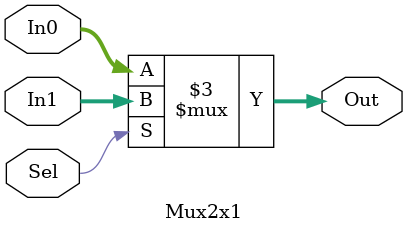
<source format=v>
`timescale 1ps/1fs

module Mux2x1 #(parameter DATA_WIDTH = 32)(
	input	wire						Sel,
	input	wire	[DATA_WIDTH-1:0]	In0,
	input	wire	[DATA_WIDTH-1:0]	In1,
	output	reg		[DATA_WIDTH-1:0]	Out
	);

always@(*)
 begin
  #10; // Simple Logic Delay
  if(Sel)
   Out = In1;
  else
   Out = In0;
 end


endmodule
</source>
